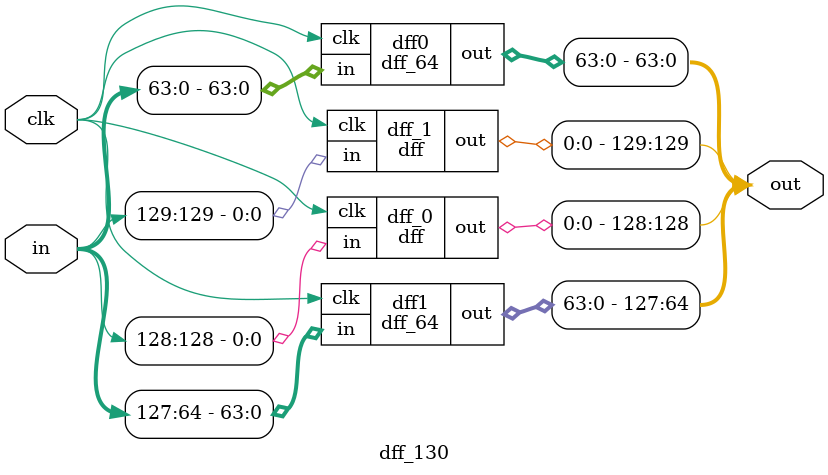
<source format=v>
module dff(in,out,clk);
input in;
input clk;
output out;
reg out;
always@(negedge clk)
out=in;
endmodule

module dff_4(in,out,clk);
input [3:0]in;
input clk;
output [3:0]out;
dff dff0(in[0],out[0],clk);
dff dff1(in[1],out[1],clk);
dff dff2(in[2],out[2],clk);
dff dff3(in[3],out[3],clk);
endmodule

module dff_64(in,out,clk);
input [63:0]in;
input clk;
output [63:0]out;
dff dff0(in[0],out[0],clk);
dff dff1(in[1],out[1],clk);
dff dff2(in[2],out[2],clk);
dff dff3(in[3],out[3],clk);
dff dff4(in[4],out[4],clk);
dff dff5(in[5],out[5],clk);
dff dff6(in[6],out[6],clk);
dff dff7(in[7],out[7],clk);
dff dff8(in[8],out[8],clk);
dff dff9(in[9],out[9],clk);
dff dff10(in[10],out[10],clk);
dff dff11(in[11],out[11],clk);
dff dff12(in[12],out[12],clk);
dff dff13(in[13],out[13],clk);
dff dff14(in[14],out[14],clk);
dff dff15(in[15],out[15],clk);
dff dff16(in[16],out[16],clk);
dff dff17(in[17],out[17],clk);
dff dff18(in[18],out[18],clk);
dff dff19(in[19],out[19],clk);
dff dff20(in[20],out[20],clk);
dff dff21(in[21],out[21],clk);
dff dff22(in[22],out[22],clk);
dff dff23(in[23],out[23],clk);
dff dff24(in[24],out[24],clk);
dff dff25(in[25],out[25],clk);
dff dff26(in[26],out[26],clk);
dff dff27(in[27],out[27],clk);
dff dff28(in[28],out[28],clk);
dff dff29(in[29],out[29],clk);
dff dff30(in[30],out[30],clk);
dff dff31(in[31],out[31],clk);
dff dff32(in[32],out[32],clk);
dff dff33(in[33],out[33],clk);
dff dff34(in[34],out[34],clk);
dff dff35(in[35],out[35],clk);
dff dff36(in[36],out[36],clk);
dff dff37(in[37],out[37],clk);
dff dff38(in[38],out[38],clk);
dff dff39(in[39],out[39],clk);
dff dff40(in[40],out[40],clk);
dff dff41(in[41],out[41],clk);
dff dff42(in[42],out[42],clk);
dff dff43(in[43],out[43],clk);
dff dff44(in[44],out[44],clk);
dff dff45(in[45],out[45],clk);
dff dff46(in[46],out[46],clk);
dff dff47(in[47],out[47],clk);
dff dff48(in[48],out[48],clk);
dff dff49(in[49],out[49],clk);
dff dff50(in[50],out[50],clk);
dff dff51(in[51],out[51],clk);
dff dff52(in[52],out[52],clk);
dff dff53(in[53],out[53],clk);
dff dff54(in[54],out[54],clk);
dff dff55(in[55],out[55],clk);
dff dff56(in[56],out[56],clk);
dff dff57(in[57],out[57],clk);
dff dff58(in[58],out[58],clk);
dff dff59(in[59],out[59],clk);
dff dff60(in[60],out[60],clk);
dff dff61(in[61],out[61],clk);
dff dff62(in[62],out[62],clk);
dff dff63(in[63],out[63],clk);
endmodule

module dff_11(in,out,clk);
input [10:0]in;
input clk;
output [10:0]out;
dff dff0(in[0],out[0],clk);
dff dff1(in[1],out[1],clk);
dff dff2(in[2],out[2],clk);
dff dff3(in[3],out[3],clk);
dff dff4(in[4],out[4],clk);
dff dff5(in[5],out[5],clk);
dff dff6(in[6],out[6],clk);
dff dff7(in[7],out[7],clk);
dff dff8(in[8],out[8],clk);
dff dff9(in[9],out[9],clk);
dff dff10(in[10],out[10],clk);
endmodule


module dff_53(in,out,clk);
input [52:0]in;
input clk;
output [52:0]out;
dff dff0(in[0],out[0],clk);
dff dff1(in[1],out[1],clk);
dff dff2(in[2],out[2],clk);
dff dff3(in[3],out[3],clk);
dff dff4(in[4],out[4],clk);
dff dff5(in[5],out[5],clk);
dff dff6(in[6],out[6],clk);
dff dff7(in[7],out[7],clk);
dff dff8(in[8],out[8],clk);
dff dff9(in[9],out[9],clk);
dff dff10(in[10],out[10],clk);
dff dff11(in[11],out[11],clk);
dff dff12(in[12],out[12],clk);
dff dff13(in[13],out[13],clk);
dff dff14(in[14],out[14],clk);
dff dff15(in[15],out[15],clk);
dff dff16(in[16],out[16],clk);
dff dff17(in[17],out[17],clk);
dff dff18(in[18],out[18],clk);
dff dff19(in[19],out[19],clk);
dff dff20(in[20],out[20],clk);
dff dff21(in[21],out[21],clk);
dff dff22(in[22],out[22],clk);
dff dff23(in[23],out[23],clk);
dff dff24(in[24],out[24],clk);
dff dff25(in[25],out[25],clk);
dff dff26(in[26],out[26],clk);
dff dff27(in[27],out[27],clk);
dff dff28(in[28],out[28],clk);
dff dff29(in[29],out[29],clk);
dff dff30(in[30],out[30],clk);
dff dff31(in[31],out[31],clk);
dff dff32(in[32],out[32],clk);
dff dff33(in[33],out[33],clk);
dff dff34(in[34],out[34],clk);
dff dff35(in[35],out[35],clk);
dff dff36(in[36],out[36],clk);
dff dff37(in[37],out[37],clk);
dff dff38(in[38],out[38],clk);
dff dff39(in[39],out[39],clk);
dff dff40(in[40],out[40],clk);
dff dff41(in[41],out[41],clk);
dff dff42(in[42],out[42],clk);
dff dff43(in[43],out[43],clk);
dff dff44(in[44],out[44],clk);
dff dff45(in[45],out[45],clk);
dff dff46(in[46],out[46],clk);
dff dff47(in[47],out[47],clk);
dff dff48(in[48],out[48],clk);
dff dff49(in[49],out[49],clk);
dff dff50(in[50],out[50],clk);
dff dff51(in[51],out[51],clk);
dff dff52(in[52],out[52],clk);
endmodule

module dff_130(in,out,clk);
input [129:0]in;
input clk;
output [129:0]out;
dff_64 dff0(in[63:0],out[63:0],clk);
dff_64 dff1(in[127:64],out[127:64],clk);
dff dff_0(in[128],out[128],clk);
dff dff_1(in[129],out[129],clk);
endmodule
/*
module s;
reg [129:0]a;
reg clk;
wire [129:0]b;
dff_130 dff0(a,b,clk);
initial
clk=1'b1;
always
#1 clk=~clk;
initial
begin
a=130'b1111111111111111111111111111111111111111111111111111111111111111111111111111111111111111111111111111111111111111111111111111111111;
#8 $finish;
end
initial
$monitor($time," a=%h b=%h clk=%b\n",a,b,clk);  
endmodule*/

</source>
